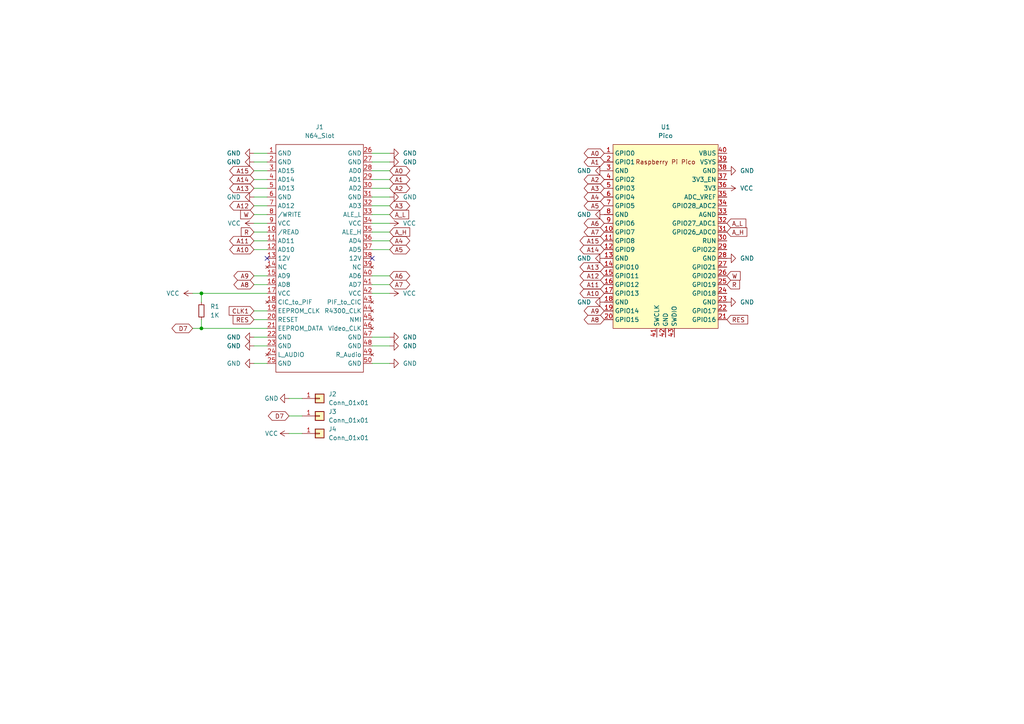
<source format=kicad_sch>
(kicad_sch (version 20231120) (generator "eeschema") (generator_version "8.0")
  (paper "A4")
  (lib_symbols
    (symbol "Connector_Generic:Conn_01x01" (pin_names (offset 1.016) hide)
      (property "Reference" "J" (at 0 2.54 0))
      (property "Value" "Conn_01x01" (at 0 -2.54 0))
      (symbol "Conn_01x01_1_1"
        (rectangle (start -1.27 0.127) (end 0 -0.127) (stroke (width 0.1524)))
        (rectangle (start -1.27 1.27) (end 1.27 -1.27) (stroke (width 0.254)) (fill (type background)))
        (pin passive line (at -5.08 0 0) (length 3.81) (name "Pin_1") (number "1"))
      )
    )
    (symbol "Device:R_Small" (pin_numbers hide) (pin_names (offset 0.254) hide)
      (property "Reference" "R" (at 0.762 0.508 0))
      (property "Value" "R_Small" (at 0.762 -1.016 0))
      (symbol "R_Small_0_1"
        (rectangle (start -0.762 1.778) (end 0.762 -1.778) (stroke (width 0.2032)))
      )
      (symbol "R_Small_1_1"
        (pin passive line (at 0 2.54 270) (length 0.762) (name "~") (number "1"))
        (pin passive line (at 0 -2.54 90) (length 0.762) (name "~") (number "2"))
      )
    )
    (symbol "MCU_RaspberryPi_and_Boards:Pico"
      (property "Reference" "U" (at -13.97 27.94 0))
      (property "Value" "Pico" (at 0 19.05 0))
      (symbol "Pico_0_0"
        (text "Raspberry Pi Pico" (at 0 21.59 0) (effects (font (size 1.27 1.27))))
      )
      (symbol "Pico_0_1"
        (rectangle (start -15.24 26.67) (end 15.24 -26.67) (fill (type background)))
      )
      (symbol "Pico_1_1"
        (pin bidirectional line (at -17.78 24.13 0) (length 2.54) (name "GPIO0") (number "1"))
        (pin bidirectional line (at -17.78 1.27 0) (length 2.54) (name "GPIO7") (number "10"))
        (pin bidirectional line (at -17.78 -1.27 0) (length 2.54) (name "GPIO8") (number "11"))
        (pin bidirectional line (at -17.78 -3.81 0) (length 2.54) (name "GPIO9") (number "12"))
        (pin power_in line (at -17.78 -6.35 0) (length 2.54) (name "GND") (number "13"))
        (pin bidirectional line (at -17.78 -8.89 0) (length 2.54) (name "GPIO10") (number "14"))
        (pin bidirectional line (at -17.78 -11.43 0) (length 2.54) (name "GPIO11") (number "15"))
        (pin bidirectional line (at -17.78 -13.97 0) (length 2.54) (name "GPIO12") (number "16"))
        (pin bidirectional line (at -17.78 -16.51 0) (length 2.54) (name "GPIO13") (number "17"))
        (pin power_in line (at -17.78 -19.05 0) (length 2.54) (name "GND") (number "18"))
        (pin bidirectional line (at -17.78 -21.59 0) (length 2.54) (name "GPIO14") (number "19"))
        (pin bidirectional line (at -17.78 21.59 0) (length 2.54) (name "GPIO1") (number "2"))
        (pin bidirectional line (at -17.78 -24.13 0) (length 2.54) (name "GPIO15") (number "20"))
        (pin bidirectional line (at 17.78 -24.13 180) (length 2.54) (name "GPIO16") (number "21"))
        (pin bidirectional line (at 17.78 -21.59 180) (length 2.54) (name "GPIO17") (number "22"))
        (pin power_in line (at 17.78 -19.05 180) (length 2.54) (name "GND") (number "23"))
        (pin bidirectional line (at 17.78 -16.51 180) (length 2.54) (name "GPIO18") (number "24"))
        (pin bidirectional line (at 17.78 -13.97 180) (length 2.54) (name "GPIO19") (number "25"))
        (pin bidirectional line (at 17.78 -11.43 180) (length 2.54) (name "GPIO20") (number "26"))
        (pin bidirectional line (at 17.78 -8.89 180) (length 2.54) (name "GPIO21") (number "27"))
        (pin power_in line (at 17.78 -6.35 180) (length 2.54) (name "GND") (number "28"))
        (pin bidirectional line (at 17.78 -3.81 180) (length 2.54) (name "GPIO22") (number "29"))
        (pin power_in line (at -17.78 19.05 0) (length 2.54) (name "GND") (number "3"))
        (pin input line (at 17.78 -1.27 180) (length 2.54) (name "RUN") (number "30"))
        (pin bidirectional line (at 17.78 1.27 180) (length 2.54) (name "GPIO26_ADC0") (number "31"))
        (pin bidirectional line (at 17.78 3.81 180) (length 2.54) (name "GPIO27_ADC1") (number "32"))
        (pin power_in line (at 17.78 6.35 180) (length 2.54) (name "AGND") (number "33"))
        (pin bidirectional line (at 17.78 8.89 180) (length 2.54) (name "GPIO28_ADC2") (number "34"))
        (pin power_in line (at 17.78 11.43 180) (length 2.54) (name "ADC_VREF") (number "35"))
        (pin power_in line (at 17.78 13.97 180) (length 2.54) (name "3V3") (number "36"))
        (pin input line (at 17.78 16.51 180) (length 2.54) (name "3V3_EN") (number "37"))
        (pin bidirectional line (at 17.78 19.05 180) (length 2.54) (name "GND") (number "38"))
        (pin power_in line (at 17.78 21.59 180) (length 2.54) (name "VSYS") (number "39"))
        (pin bidirectional line (at -17.78 16.51 0) (length 2.54) (name "GPIO2") (number "4"))
        (pin power_in line (at 17.78 24.13 180) (length 2.54) (name "VBUS") (number "40"))
        (pin input line (at -2.54 -29.21 90) (length 2.54) (name "SWCLK") (number "41"))
        (pin power_in line (at 0 -29.21 90) (length 2.54) (name "GND") (number "42"))
        (pin bidirectional line (at 2.54 -29.21 90) (length 2.54) (name "SWDIO") (number "43"))
        (pin bidirectional line (at -17.78 13.97 0) (length 2.54) (name "GPIO3") (number "5"))
        (pin bidirectional line (at -17.78 11.43 0) (length 2.54) (name "GPIO4") (number "6"))
        (pin bidirectional line (at -17.78 8.89 0) (length 2.54) (name "GPIO5") (number "7"))
        (pin power_in line (at -17.78 6.35 0) (length 2.54) (name "GND") (number "8"))
        (pin bidirectional line (at -17.78 3.81 0) (length 2.54) (name "GPIO6") (number "9"))
      )
    )
    (symbol "power:GND" (power) (pin_names (offset 0))
      (property "Value" "GND" (at 0 -3.81 0))
      (symbol "GND_0_1"
        (polyline (pts (xy 0 0) (xy 0 -1.27) (xy 1.27 -1.27) (xy 0 -2.54) (xy -1.27 -1.27) (xy 0 -1.27)))
      )
      (symbol "GND_1_1"
        (pin power_in line (at 0 0 270) (length 0) hide (name "GND") (number "1"))
      )
    )
    (symbol "power:VCC" (power) (pin_names (offset 0))
      (property "Value" "VCC" (at 0 3.81 0))
      (symbol "VCC_0_1"
        (polyline (pts (xy -0.762 1.27) (xy 0 2.54)))
        (polyline (pts (xy 0 0) (xy 0 2.54)))
        (polyline (pts (xy 0 2.54) (xy 0.762 1.27)))
      )
      (symbol "VCC_1_1"
        (pin power_in line (at 0 0 90) (length 0) hide (name "VCC") (number "1"))
      )
    )
    (symbol "sanni:N64_Slot"
      (property "Reference" "J" (at -10.16 35.56 0))
      (property "Value" "N64_Slot" (at -6.35 33.02 0))
      (symbol "N64_Slot_0_1"
        (rectangle (start -10.16 31.75) (end 15.24 -34.29) (stroke (width 0.1524)))
      )
      (symbol "N64_Slot_1_1"
        (pin power_in line (at -12.7 29.21 0) (length 2.54) (name "GND") (number "1"))
        (pin input line (at -12.7 6.35 0) (length 2.54) (name "/READ") (number "10"))
        (pin bidirectional line (at -12.7 3.81 0) (length 2.54) (name "AD11") (number "11"))
        (pin bidirectional line (at -12.7 1.27 0) (length 2.54) (name "AD10") (number "12"))
        (pin power_in line (at -12.7 -1.27 0) (length 2.54) (name "12V") (number "13"))
        (pin no_connect line (at -12.7 -3.81 0) (length 2.54) (name "NC") (number "14"))
        (pin bidirectional line (at -12.7 -6.35 0) (length 2.54) (name "AD9") (number "15"))
        (pin bidirectional line (at -12.7 -8.89 0) (length 2.54) (name "AD8") (number "16"))
        (pin power_in line (at -12.7 -11.43 0) (length 2.54) (name "VCC") (number "17"))
        (pin no_connect line (at -12.7 -13.97 0) (length 2.54) (name "CIC_to_PIF") (number "18"))
        (pin input line (at -12.7 -16.51 0) (length 2.54) (name "EEPROM_CLK") (number "19"))
        (pin power_in line (at -12.7 26.67 0) (length 2.54) (name "GND") (number "2"))
        (pin input line (at -12.7 -19.05 0) (length 2.54) (name "RESET") (number "20"))
        (pin bidirectional line (at -12.7 -21.59 0) (length 2.54) (name "EEPROM_DATA") (number "21"))
        (pin power_in line (at -12.7 -24.13 0) (length 2.54) (name "GND") (number "22"))
        (pin power_in line (at -12.7 -26.67 0) (length 2.54) (name "GND") (number "23"))
        (pin no_connect line (at -12.7 -29.21 0) (length 2.54) (name "L_AUDIO") (number "24"))
        (pin power_in line (at -12.7 -31.75 0) (length 2.54) (name "GND") (number "25"))
        (pin power_in line (at 17.78 29.21 180) (length 2.54) (name "GND") (number "26"))
        (pin power_in line (at 17.78 26.67 180) (length 2.54) (name "GND") (number "27"))
        (pin bidirectional line (at 17.78 24.13 180) (length 2.54) (name "AD0") (number "28"))
        (pin bidirectional line (at 17.78 21.59 180) (length 2.54) (name "AD1") (number "29"))
        (pin bidirectional line (at -12.7 24.13 0) (length 2.54) (name "AD15") (number "3"))
        (pin bidirectional line (at 17.78 19.05 180) (length 2.54) (name "AD2") (number "30"))
        (pin power_in line (at 17.78 16.51 180) (length 2.54) (name "GND") (number "31"))
        (pin bidirectional line (at 17.78 13.97 180) (length 2.54) (name "AD3") (number "32"))
        (pin input line (at 17.78 11.43 180) (length 2.54) (name "ALE_L") (number "33"))
        (pin power_in line (at 17.78 8.89 180) (length 2.54) (name "VCC") (number "34"))
        (pin input line (at 17.78 6.35 180) (length 2.54) (name "ALE_H") (number "35"))
        (pin bidirectional line (at 17.78 3.81 180) (length 2.54) (name "AD4") (number "36"))
        (pin bidirectional line (at 17.78 1.27 180) (length 2.54) (name "AD5") (number "37"))
        (pin power_in line (at 17.78 -1.27 180) (length 2.54) (name "12V") (number "38"))
        (pin no_connect line (at 17.78 -3.81 180) (length 2.54) (name "NC") (number "39"))
        (pin bidirectional line (at -12.7 21.59 0) (length 2.54) (name "AD14") (number "4"))
        (pin bidirectional line (at 17.78 -6.35 180) (length 2.54) (name "AD6") (number "40"))
        (pin bidirectional line (at 17.78 -8.89 180) (length 2.54) (name "AD7") (number "41"))
        (pin power_in line (at 17.78 -11.43 180) (length 2.54) (name "VCC") (number "42"))
        (pin no_connect line (at 17.78 -13.97 180) (length 2.54) (name "PIF_to_CIC") (number "43"))
        (pin no_connect line (at 17.78 -16.51 180) (length 2.54) (name "R4300_CLK") (number "44"))
        (pin no_connect line (at 17.78 -19.05 180) (length 2.54) (name "NMI") (number "45"))
        (pin no_connect line (at 17.78 -21.59 180) (length 2.54) (name "Video_CLK") (number "46"))
        (pin power_in line (at 17.78 -24.13 180) (length 2.54) (name "GND") (number "47"))
        (pin power_in line (at 17.78 -26.67 180) (length 2.54) (name "GND") (number "48"))
        (pin no_connect line (at 17.78 -29.21 180) (length 2.54) (name "R_Audio") (number "49"))
        (pin bidirectional line (at -12.7 19.05 0) (length 2.54) (name "AD13") (number "5"))
        (pin power_in line (at 17.78 -31.75 180) (length 2.54) (name "GND") (number "50"))
        (pin power_in line (at -12.7 16.51 0) (length 2.54) (name "GND") (number "6"))
        (pin bidirectional line (at -12.7 13.97 0) (length 2.54) (name "AD12") (number "7"))
        (pin input line (at -12.7 11.43 0) (length 2.54) (name "/WRITE") (number "8"))
        (pin power_in line (at -12.7 8.89 0) (length 2.54) (name "VCC") (number "9"))
      )
    )
  )
  (junction (at 58.42 85.09))
  (junction (at 58.42 95.25))
  (no_connect (at 77.47 74.93))
  (no_connect (at 107.95 74.93))
  (bus_entry (at 50.8 -24.13) (size 2.54 2.54))
  (wire (pts (xy 73.66 54.61) (xy 77.47 54.61)))
  (wire (pts (xy 73.66 49.53) (xy 77.47 49.53)))
  (wire (pts (xy 73.66 59.69) (xy 77.47 59.69)))
  (wire (pts (xy 73.66 62.23) (xy 77.47 62.23)))
  (wire (pts (xy 107.95 67.31) (xy 113.03 67.31)))
  (wire (pts (xy 107.95 69.85) (xy 113.03 69.85)))
  (wire (pts (xy 73.66 46.99) (xy 77.47 46.99)))
  (wire (pts (xy 73.66 97.79) (xy 77.47 97.79)))
  (wire (pts (xy 55.88 95.25) (xy 58.42 95.25)))
  (wire (pts (xy 58.42 92.71) (xy 58.42 95.25)))
  (wire (pts (xy 73.66 82.55) (xy 77.47 82.55)))
  (wire (pts (xy 107.95 62.23) (xy 113.03 62.23)))
  (wire (pts (xy 107.95 57.15) (xy 113.03 57.15)))
  (wire (pts (xy 73.66 69.85) (xy 77.47 69.85)))
  (wire (pts (xy 73.66 90.17) (xy 77.47 90.17)))
  (wire (pts (xy 107.95 100.33) (xy 113.03 100.33)))
  (wire (pts (xy 107.95 105.41) (xy 113.03 105.41)))
  (wire (pts (xy 107.95 64.77) (xy 113.03 64.77)))
  (wire (pts (xy 107.95 46.99) (xy 113.03 46.99)))
  (wire (pts (xy 107.95 49.53) (xy 113.03 49.53)))
  (wire (pts (xy 73.66 52.07) (xy 77.47 52.07)))
  (wire (pts (xy 107.95 54.61) (xy 113.03 54.61)))
  (wire (pts (xy 107.95 59.69) (xy 113.03 59.69)))
  (wire (pts (xy 73.66 100.33) (xy 77.47 100.33)))
  (wire (pts (xy 58.42 85.09) (xy 77.47 85.09)))
  (wire (pts (xy 73.66 92.71) (xy 77.47 92.71)))
  (wire (pts (xy 107.95 82.55) (xy 113.03 82.55)))
  (wire (pts (xy 58.42 85.09) (xy 58.42 87.63)))
  (wire (pts (xy 83.82 115.57) (xy 87.63 115.57)))
  (wire (pts (xy 73.66 57.15) (xy 77.47 57.15)))
  (wire (pts (xy 73.66 64.77) (xy 77.47 64.77)))
  (wire (pts (xy 73.66 72.39) (xy 77.47 72.39)))
  (wire (pts (xy 107.95 85.09) (xy 113.03 85.09)))
  (wire (pts (xy 73.66 105.41) (xy 77.47 105.41)))
  (wire (pts (xy 73.66 80.01) (xy 77.47 80.01)))
  (wire (pts (xy 73.66 67.31) (xy 77.47 67.31)))
  (wire (pts (xy 107.95 97.79) (xy 113.03 97.79)))
  (wire (pts (xy 107.95 52.07) (xy 113.03 52.07)))
  (wire (pts (xy 58.42 95.25) (xy 77.47 95.25)))
  (wire (pts (xy 107.95 44.45) (xy 113.03 44.45)))
  (wire (pts (xy 107.95 72.39) (xy 113.03 72.39)))
  (wire (pts (xy 73.66 44.45) (xy 77.47 44.45)))
  (wire (pts (xy 55.88 85.09) (xy 58.42 85.09)))
  (wire (pts (xy 83.82 125.73) (xy 87.63 125.73)))
  (wire (pts (xy 107.95 80.01) (xy 113.03 80.01)))
  (wire (pts (xy 83.82 120.65) (xy 87.63 120.65)))
  (global_label "A13" (shape bidirectional) (at 73.66 54.61 180) (property "Intersheetrefs" "${INTERSHEET_REFS}" (effects (hide yes))))
  (global_label "A10" (shape bidirectional) (at 175.26 85.09 180) (property "Intersheetrefs" "${INTERSHEET_REFS}" (effects (hide yes))))
  (global_label "A_H" (shape input) (at 113.03 67.31 0) (property "Intersheetrefs" "${INTERSHEET_REFS}" (effects (hide yes))))
  (global_label "A15" (shape bidirectional) (at 175.26 69.85 180) (property "Intersheetrefs" "${INTERSHEET_REFS}" (effects (hide yes))))
  (global_label "A11" (shape bidirectional) (at 175.26 82.55 180) (property "Intersheetrefs" "${INTERSHEET_REFS}" (effects (hide yes))))
  (global_label "A7" (shape bidirectional) (at 113.03 82.55 0) (property "Intersheetrefs" "${INTERSHEET_REFS}" (effects (hide yes))))
  (global_label "A9" (shape bidirectional) (at 175.26 90.17 180) (property "Intersheetrefs" "${INTERSHEET_REFS}" (effects (hide yes))))
  (global_label "A11" (shape bidirectional) (at 73.66 69.85 180) (property "Intersheetrefs" "${INTERSHEET_REFS}" (effects (hide yes))))
  (global_label "W" (shape input) (at 210.82 80.01 0) (property "Intersheetrefs" "${INTERSHEET_REFS}" (effects (hide yes))))
  (global_label "A9" (shape bidirectional) (at 73.66 80.01 180) (property "Intersheetrefs" "${INTERSHEET_REFS}" (effects (hide yes))))
  (global_label "RES" (shape input) (at 73.66 92.71 180) (property "Intersheetrefs" "${INTERSHEET_REFS}" (effects (hide yes))))
  (global_label "A8" (shape bidirectional) (at 73.66 82.55 180) (property "Intersheetrefs" "${INTERSHEET_REFS}" (effects (hide yes))))
  (global_label "A14" (shape bidirectional) (at 175.26 72.39 180) (property "Intersheetrefs" "${INTERSHEET_REFS}" (effects (hide yes))))
  (global_label "D7" (shape bidirectional) (at 83.82 120.65 180) (property "Intersheetrefs" "${INTERSHEET_REFS}" (effects (hide yes))))
  (global_label "A0" (shape bidirectional) (at 175.26 44.45 180) (property "Intersheetrefs" "${INTERSHEET_REFS}" (effects (hide yes))))
  (global_label "A12" (shape bidirectional) (at 175.26 80.01 180) (property "Intersheetrefs" "${INTERSHEET_REFS}" (effects (hide yes))))
  (global_label "A10" (shape bidirectional) (at 73.66 72.39 180) (property "Intersheetrefs" "${INTERSHEET_REFS}" (effects (hide yes))))
  (global_label "A3" (shape bidirectional) (at 113.03 59.69 0) (property "Intersheetrefs" "${INTERSHEET_REFS}" (effects (hide yes))))
  (global_label "A2" (shape bidirectional) (at 175.26 52.07 180) (property "Intersheetrefs" "${INTERSHEET_REFS}" (effects (hide yes))))
  (global_label "CLK1" (shape input) (at 73.66 90.17 180) (property "Intersheetrefs" "${INTERSHEET_REFS}" (effects (hide yes))))
  (global_label "R" (shape input) (at 73.66 67.31 180) (property "Intersheetrefs" "${INTERSHEET_REFS}" (effects (hide yes))))
  (global_label "A0" (shape bidirectional) (at 113.03 49.53 0) (property "Intersheetrefs" "${INTERSHEET_REFS}" (effects (hide yes))))
  (global_label "A5" (shape bidirectional) (at 113.03 72.39 0) (property "Intersheetrefs" "${INTERSHEET_REFS}" (effects (hide yes))))
  (global_label "W" (shape input) (at 73.66 62.23 180) (property "Intersheetrefs" "${INTERSHEET_REFS}" (effects (hide yes))))
  (global_label "A2" (shape bidirectional) (at 113.03 54.61 0) (property "Intersheetrefs" "${INTERSHEET_REFS}" (effects (hide yes))))
  (global_label "A1" (shape bidirectional) (at 113.03 52.07 0) (property "Intersheetrefs" "${INTERSHEET_REFS}" (effects (hide yes))))
  (global_label "A4" (shape bidirectional) (at 175.26 57.15 180) (property "Intersheetrefs" "${INTERSHEET_REFS}" (effects (hide yes))))
  (global_label "A7" (shape bidirectional) (at 175.26 67.31 180) (property "Intersheetrefs" "${INTERSHEET_REFS}" (effects (hide yes))))
  (global_label "R" (shape input) (at 210.82 82.55 0) (property "Intersheetrefs" "${INTERSHEET_REFS}" (effects (hide yes))))
  (global_label "A_L" (shape input) (at 210.82 64.77 0) (property "Intersheetrefs" "${INTERSHEET_REFS}" (effects (hide yes))))
  (global_label "A4" (shape bidirectional) (at 113.03 69.85 0) (property "Intersheetrefs" "${INTERSHEET_REFS}" (effects (hide yes))))
  (global_label "A3" (shape bidirectional) (at 175.26 54.61 180) (property "Intersheetrefs" "${INTERSHEET_REFS}" (effects (hide yes))))
  (global_label "A1" (shape bidirectional) (at 175.26 46.99 180) (property "Intersheetrefs" "${INTERSHEET_REFS}" (effects (hide yes))))
  (global_label "A6" (shape bidirectional) (at 113.03 80.01 0) (property "Intersheetrefs" "${INTERSHEET_REFS}" (effects (hide yes))))
  (global_label "RES" (shape input) (at 210.82 92.71 0) (property "Intersheetrefs" "${INTERSHEET_REFS}" (effects (hide yes))))
  (global_label "A5" (shape bidirectional) (at 175.26 59.69 180) (property "Intersheetrefs" "${INTERSHEET_REFS}" (effects (hide yes))))
  (global_label "A_L" (shape input) (at 113.03 62.23 0) (property "Intersheetrefs" "${INTERSHEET_REFS}" (effects (hide yes))))
  (global_label "A14" (shape bidirectional) (at 73.66 52.07 180) (property "Intersheetrefs" "${INTERSHEET_REFS}" (effects (hide yes))))
  (global_label "A12" (shape bidirectional) (at 73.66 59.69 180) (property "Intersheetrefs" "${INTERSHEET_REFS}" (effects (hide yes))))
  (global_label "A8" (shape bidirectional) (at 175.26 92.71 180) (property "Intersheetrefs" "${INTERSHEET_REFS}" (effects (hide yes))))
  (global_label "D7" (shape bidirectional) (at 55.88 95.25 180) (property "Intersheetrefs" "${INTERSHEET_REFS}" (effects (hide yes))))
  (global_label "A13" (shape bidirectional) (at 175.26 77.47 180) (property "Intersheetrefs" "${INTERSHEET_REFS}" (effects (hide yes))))
  (global_label "A15" (shape bidirectional) (at 73.66 49.53 180) (property "Intersheetrefs" "${INTERSHEET_REFS}" (effects (hide yes))))
  (global_label "A6" (shape bidirectional) (at 175.26 64.77 180) (property "Intersheetrefs" "${INTERSHEET_REFS}" (effects (hide yes))))
  (global_label "A_H" (shape input) (at 210.82 67.31 0) (property "Intersheetrefs" "${INTERSHEET_REFS}" (effects (hide yes))))
  (symbol (lib_id "power:GND") (at 73.66 44.45 270) (unit 1)
    (property "Reference" "#PWR02" (effects (hide yes)))
    (property "Value" "GND" (at 69.85 44.4499 90) (effects (justify right)))
  )
  (symbol (lib_id "sanni:N64_Slot") (at 90.17 73.66 0) (unit 1)
    (property "Reference" "J1" (at 92.71 36.83 0))
    (property "Value" "N64_Slot" (at 92.71 39.37 0))
  )
  (symbol (lib_id "power:GND") (at 113.03 46.99 90) (unit 1)
    (property "Reference" "#PWR010" (effects (hide yes)))
    (property "Value" "GND" (at 116.84 46.9899 90) (effects (justify right)))
  )
  (symbol (lib_id "power:GND") (at 175.26 49.53 270) (mirror x) (unit 1)
    (property "Reference" "#PWR019" (effects (hide yes)))
    (property "Value" "GND" (at 171.45 49.5299 90) (effects (justify right)))
  )
  (symbol (lib_id "Connector_Generic:Conn_01x01") (at 92.71 120.65 0) (unit 1)
    (property "Reference" "J3" (at 95.25 119.3799 0) (effects (justify left)))
    (property "Value" "Conn_01x01" (at 95.25 121.9199 0) (effects (justify left)))
  )
  (symbol (lib_id "power:GND") (at 113.03 57.15 90) (unit 1)
    (property "Reference" "#PWR011" (effects (hide yes)))
    (property "Value" "GND" (at 116.84 57.1499 90) (effects (justify right)))
  )
  (symbol (lib_id "power:VCC") (at 113.03 85.09 270) (unit 1)
    (property "Reference" "#PWR013" (effects (hide yes)))
    (property "Value" "VCC" (at 116.84 85.0899 90) (effects (justify left)))
  )
  (symbol (lib_id "power:GND") (at 73.66 57.15 270) (unit 1)
    (property "Reference" "#PWR04" (effects (hide yes)))
    (property "Value" "GND" (at 69.85 57.1499 90) (effects (justify right)))
  )
  (symbol (lib_id "power:GND") (at 175.26 87.63 270) (mirror x) (unit 1)
    (property "Reference" "#PWR022" (effects (hide yes)))
    (property "Value" "GND" (at 171.45 87.6299 90) (effects (justify right)))
  )
  (symbol (lib_id "power:GND") (at 83.82 115.57 270) (unit 1)
    (property "Reference" "#PWR017" (effects (hide yes)))
    (property "Value" "GND" (at 78.74 115.57 90))
  )
  (symbol (lib_id "power:GND") (at 113.03 100.33 90) (unit 1)
    (property "Reference" "#PWR015" (effects (hide yes)))
    (property "Value" "GND" (at 116.84 100.3299 90) (effects (justify right)))
  )
  (symbol (lib_id "MCU_RaspberryPi_and_Boards:Pico") (at 193.04 68.58 0) (unit 1)
    (property "Reference" "U1" (at 193.04 36.83 0))
    (property "Value" "Pico" (at 193.04 39.37 0))
    (property "Footprint" "RPi_Pico:RPi_Pico_SMD_TH" (effects (hide yes)))
  )
  (symbol (lib_id "power:VCC") (at 55.88 85.09 90) (unit 1)
    (property "Reference" "#PWR01" (effects (hide yes)))
    (property "Value" "VCC" (at 52.07 85.0899 90) (effects (justify left)))
  )
  (symbol (lib_id "Connector_Generic:Conn_01x01") (at 92.71 115.57 0) (unit 1)
    (property "Reference" "J2" (at 95.25 114.2999 0) (effects (justify left)))
    (property "Value" "Conn_01x01" (at 95.25 116.8399 0) (effects (justify left)))
  )
  (symbol (lib_id "Connector_Generic:Conn_01x01") (at 92.71 125.73 0) (unit 1)
    (property "Reference" "J4" (at 95.25 124.4599 0) (effects (justify left)))
    (property "Value" "Conn_01x01" (at 95.25 126.9999 0) (effects (justify left)))
  )
  (symbol (lib_id "power:GND") (at 73.66 105.41 270) (unit 1)
    (property "Reference" "#PWR08" (effects (hide yes)))
    (property "Value" "GND" (at 69.85 105.4099 90) (effects (justify right)))
  )
  (symbol (lib_id "power:GND") (at 113.03 97.79 90) (unit 1)
    (property "Reference" "#PWR014" (effects (hide yes)))
    (property "Value" "GND" (at 116.84 97.7899 90) (effects (justify right)))
  )
  (symbol (lib_id "power:VCC") (at 113.03 64.77 270) (unit 1)
    (property "Reference" "#PWR012" (effects (hide yes)))
    (property "Value" "VCC" (at 116.84 64.7699 90) (effects (justify left)))
  )
  (symbol (lib_id "power:GND") (at 113.03 44.45 90) (unit 1)
    (property "Reference" "#PWR09" (effects (hide yes)))
    (property "Value" "GND" (at 116.84 44.4499 90) (effects (justify right)))
  )
  (symbol (lib_id "power:GND") (at 210.82 49.53 90) (unit 1)
    (property "Reference" "#PWR023" (effects (hide yes)))
    (property "Value" "GND" (at 214.63 49.5299 90) (effects (justify right)))
  )
  (symbol (lib_id "Device:R_Small") (at 58.42 90.17 0) (unit 1)
    (property "Reference" "R1" (at 60.96 88.8999 0) (effects (justify left)))
    (property "Value" "1K" (at 60.96 91.4399 0) (effects (justify left)))
  )
  (symbol (lib_id "power:VCC") (at 73.66 64.77 90) (unit 1)
    (property "Reference" "#PWR05" (effects (hide yes)))
    (property "Value" "VCC" (at 69.85 64.7699 90) (effects (justify left)))
  )
  (symbol (lib_id "power:GND") (at 210.82 74.93 90) (unit 1)
    (property "Reference" "#PWR024" (effects (hide yes)))
    (property "Value" "GND" (at 214.63 74.9299 90) (effects (justify right)))
  )
  (symbol (lib_id "power:GND") (at 113.03 105.41 90) (unit 1)
    (property "Reference" "#PWR016" (effects (hide yes)))
    (property "Value" "GND" (at 116.84 105.4099 90) (effects (justify right)))
  )
  (symbol (lib_id "power:GND") (at 73.66 46.99 270) (unit 1)
    (property "Reference" "#PWR03" (effects (hide yes)))
    (property "Value" "GND" (at 69.85 46.9899 90) (effects (justify right)))
  )
  (symbol (lib_id "power:GND") (at 175.26 62.23 270) (mirror x) (unit 1)
    (property "Reference" "#PWR020" (effects (hide yes)))
    (property "Value" "GND" (at 171.45 62.2299 90) (effects (justify right)))
  )
  (symbol (lib_id "power:GND") (at 210.82 87.63 90) (unit 1)
    (property "Reference" "#PWR025" (effects (hide yes)))
    (property "Value" "GND" (at 214.63 87.6299 90) (effects (justify right)))
  )
  (symbol (lib_id "power:VCC") (at 210.82 54.61 270) (unit 1)
    (property "Reference" "#PWR026" (effects (hide yes)))
    (property "Value" "VCC" (at 214.63 54.6099 90) (effects (justify left)))
  )
  (symbol (lib_id "power:GND") (at 73.66 100.33 270) (unit 1)
    (property "Reference" "#PWR07" (effects (hide yes)))
    (property "Value" "GND" (at 69.85 100.3299 90) (effects (justify right)))
  )
  (symbol (lib_id "power:GND") (at 175.26 74.93 270) (mirror x) (unit 1)
    (property "Reference" "#PWR021" (effects (hide yes)))
    (property "Value" "GND" (at 171.45 74.9299 90) (effects (justify right)))
  )
  (symbol (lib_id "power:GND") (at 73.66 97.79 270) (unit 1)
    (property "Reference" "#PWR06" (effects (hide yes)))
    (property "Value" "GND" (at 69.85 97.7899 90) (effects (justify right)))
  )
  (symbol (lib_id "power:VCC") (at 83.82 125.73 90) (unit 1)
    (property "Reference" "#PWR018" (effects (hide yes)))
    (property "Value" "VCC" (at 78.74 125.73 90))
  )
)
</source>
